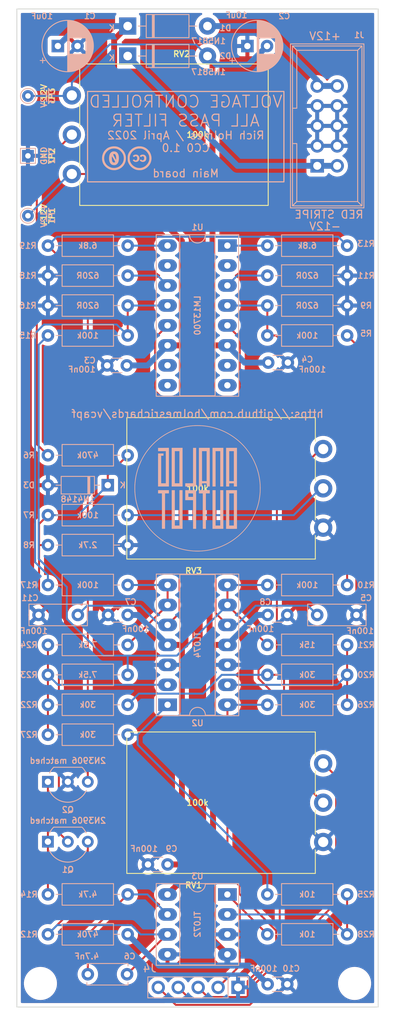
<source format=kicad_pcb>
(kicad_pcb (version 20211014) (generator pcbnew)
  (layers (0 "F.Cu" signal) (31 "B.Cu" signal) (34 "B.Paste" user) (35 "F.Paste" user) (36 "B.SilkS" user "B.Silkscreen") (37 "F.SilkS" user "F.Silkscreen") (38 "B.Mask" user) (39 "F.Mask" user) (44 "Edge.Cuts" user))
  (net 0 "")
  (net 1 "Board_0-+12V")
  (net 2 "Board_0--12V")
  (net 3 "Board_0-/+12_IN")
  (net 4 "Board_0-/-12_IN")
  (net 5 "Board_0-/Main PCB/1POLE_OUT")
  (net 6 "Board_0-/Main PCB/2POLE_OUT")
  (net 7 "Board_0-/Main PCB/CV_ATT")
  (net 8 "Board_0-/Main PCB/CV_IN")
  (net 9 "Board_0-/Main PCB/FREQ")
  (net 10 "Board_0-/Main PCB/INPUT")
  (net 11 "Board_0-/Main PCB/INPUT_ATT")
  (net 12 "Board_0-/Main PCB/LP1")
  (net 13 "Board_0-/Main PCB/LP2")
  (net 14 "Board_0-GND")
  (net 15 "Board_0-Net-(C11-Pad1)")
  (net 16 "Board_0-Net-(C5-Pad1)")
  (net 17 "Board_0-Net-(C6-Pad1)")
  (net 18 "Board_0-Net-(C6-Pad2)")
  (net 19 "Board_0-Net-(D3-Pad1)")
  (net 20 "Board_0-Net-(Q1-Pad1)")
  (net 21 "Board_0-Net-(Q2-Pad3)")
  (net 22 "Board_0-Net-(R10-Pad1)")
  (net 23 "Board_0-Net-(R11-Pad1)")
  (net 24 "Board_0-Net-(R13-Pad2)")
  (net 25 "Board_0-Net-(R15-Pad2)")
  (net 26 "Board_0-Net-(R18-Pad1)")
  (net 27 "Board_0-Net-(R19-Pad2)")
  (net 28 "Board_0-Net-(R20-Pad2)")
  (net 29 "Board_0-Net-(R22-Pad2)")
  (net 30 "Board_0-Net-(R25-Pad1)")
  (net 31 "Board_0-Net-(R25-Pad2)")
  (net 32 "Board_0-unconnected-(U1-Pad10)")
  (net 33 "Board_0-unconnected-(U1-Pad15)")
  (net 34 "Board_0-unconnected-(U1-Pad2)")
  (net 35 "Board_0-unconnected-(U1-Pad7)")
  (net 36 "Board_0-unconnected-(U1-Pad8)")
  (net 37 "Board_0-unconnected-(U1-Pad9)")
  (footprint "ao_tht:Potentiometer_Alpha_16mm_Single_Vertical" (layer "F.Cu") (at 149.999999 137.499999 180)
    (fp_text reference "RV1")
    (fp_text value "100k")
  )
  (footprint "ao_tht:MountingHole_3.2mm_M3" (layer "F.Cu") (at 129.999999 160.499999)
    (fp_text reference "H1" hide)
    (fp_text value "MountingHole")
  )
  (footprint "ao_tht:MountingHole_3.2mm_M3" (layer "F.Cu") (at 169.999999 160.499999)
    (fp_text reference "H2" hide)
    (fp_text value "MountingHole")
  )
  (footprint "ao_tht:Potentiometer_Alpha_16mm_Single_Vertical" (layer "F.Cu") (at 149.999999 52.499999)
    (fp_text reference "RV2")
    (fp_text value "100k")
  )
  (footprint "ao_tht:Potentiometer_Alpha_16mm_Single_Vertical" (layer "F.Cu") (at 149.999999 97.499999 180)
    (fp_text reference "RV3")
    (fp_text value "100k")
  )
  (footprint "ao_tht:R_Axial_DIN0207_L6.3mm_D2.5mm_P10.16mm_Horizontal" (layer "B.Cu") (at 158.889999 74.239999)
    (fp_text reference "R9")
    (fp_text value "620R")
  )
  (footprint "ao_tht:R_Axial_DIN0207_L6.3mm_D2.5mm_P10.16mm_Horizontal" (layer "B.Cu") (at 130.949999 66.619999)
    (fp_text reference "R19")
    (fp_text value "6.8k")
  )
  (footprint "ao_tht:R_Axial_DIN0207_L6.3mm_D2.5mm_P10.16mm_Horizontal" (layer "B.Cu") (at 130.949999 109.799999)
    (fp_text reference "R17")
    (fp_text value "100k")
  )
  (footprint "ao_tht:R_Axial_DIN0207_L6.3mm_D2.5mm_P10.16mm_Horizontal" (layer "B.Cu") (at 141.109999 70.429999 180)
    (fp_text reference "R18")
    (fp_text value "620R")
  )
  (footprint "ao_tht:C_Rect_L7.2mm_W2.5mm_P5.00mm_FKS2_FKP2_MKS2_MKP2" (layer "B.Cu") (at 134.759999 113.609999 180)
    (fp_text reference "C11")
    (fp_text value "100nF")
  )
  (footprint "ao_tht:D_DO-35_SOD27_P7.62mm_Horizontal" (layer "B.Cu") (at 138.569999 97.099999 180)
    (fp_text reference "D3")
    (fp_text value "1N4148")
  )
  (footprint "ao_tht:TO-92_Inline_Wide" (layer "B.Cu") (at 130.949999 142.459999)
    (fp_text reference "Q1")
    (fp_text value "2N3906 matched")
  )
  (footprint "ao_tht:R_Axial_DIN0207_L6.3mm_D2.5mm_P10.16mm_Horizontal" (layer "B.Cu") (at 169.049999 109.799999 180)
    (fp_text reference "R10")
    (fp_text value "100k")
  )
  (footprint "ao_tht:TestPoint_THTPad_D1.5mm_Drill0.7mm" (layer "B.Cu") (at 128.409999 62.809999 90)
    (fp_text reference "TP1")
    (fp_text value "+12V")
  )
  (footprint "ao_tht:C_Disc_D3.0mm_W1.6mm_P2.50mm" (layer "B.Cu") (at 141.109999 113.609999 180)
    (fp_text reference "C7")
    (fp_text value "100nF")
  )
  (footprint "ao_tht:R_Axial_DIN0207_L6.3mm_D2.5mm_P10.16mm_Horizontal" (layer "B.Cu") (at 169.049999 78.049999 180)
    (fp_text reference "R5")
    (fp_text value "100k")
  )
  (footprint "ao_tht:TestPoint_THTPad_D1.5mm_Drill0.7mm" (layer "B.Cu") (at 128.409999 47.569999 90)
    (fp_text reference "TP3")
    (fp_text value "-12V")
  )
  (footprint "ao_tht:C_Disc_D3.0mm_W1.6mm_P2.50mm" (layer "B.Cu") (at 161.429999 113.609999 180)
    (fp_text reference "C8")
    (fp_text value "100nF")
  )
  (footprint "ao_tht:C_Disc_D3.0mm_W1.6mm_P2.50mm" (layer "B.Cu") (at 140.999999 81.859999 180)
    (fp_text reference "C3")
    (fp_text value "100nF")
  )
  (footprint "ao_tht:R_Axial_DIN0207_L6.3mm_D2.5mm_P10.16mm_Horizontal" (layer "B.Cu") (at 169.049999 125.039999 180)
    (fp_text reference "R26")
    (fp_text value "30k")
  )
  (footprint "ao_tht:TestPoint_THTPad_1.5x1.5mm_Drill0.7mm" (layer "B.Cu") (at 128.409999 55.189999 90)
    (fp_text reference "TP2")
    (fp_text value "GND")
  )
  (footprint "ao_tht:R_Axial_DIN0207_L6.3mm_D2.5mm_P10.16mm_Horizontal" (layer "B.Cu") (at 130.949999 104.719999)
    (fp_text reference "R8")
    (fp_text value "2.7k")
  )
  (footprint "ao_tht:TO-92_Inline_Wide" (layer "B.Cu") (at 130.949999 134.839999)
    (fp_text reference "Q2")
    (fp_text value "2N3906 matched")
  )
  (footprint "ao_tht:R_Axial_DIN0207_L6.3mm_D2.5mm_P10.16mm_Horizontal" (layer "B.Cu") (at 141.109999 74.239999 180)
    (fp_text reference "R16")
    (fp_text value "620R")
  )
  (footprint "ao_tht:DIP-16_W7.62mm_Socket_LongPads" (layer "B.Cu") (at 153.799999 66.609999 180)
    (fp_text reference "U1")
    (fp_text value "LM13700")
  )
  (footprint "ao_tht:C_Disc_D5.0mm_W2.5mm_P5.00mm" (layer "B.Cu") (at 136.029999 159.329999)
    (fp_text reference "C6")
    (fp_text value "4.7nF")
  )
  (footprint "ao_tht:DIP-8_W7.62mm_Socket_LongPads" (layer "B.Cu") (at 153.799999 149.179999 180)
    (fp_text reference "U3")
    (fp_text value "TL072")
  )
  (footprint "ao_tht:DIP-14_W7.62mm_Socket_LongPads" (layer "B.Cu") (at 146.189999 125.039999)
    (fp_text reference "U2")
    (fp_text value "TL074")
  )
  (footprint "ao_tht:C_Disc_D3.0mm_W1.6mm_P2.50mm" (layer "B.Cu") (at 161.429999 160.599999 180)
    (fp_text reference "C10")
    (fp_text value "100nF")
  )
  (footprint "ao_tht:R_Axial_DIN0207_L6.3mm_D2.5mm_P10.16mm_Horizontal" (layer "B.Cu") (at 169.049999 154.249999 180)
    (fp_text reference "R28")
    (fp_text value "10k")
  )
  (footprint "ao_tht:D_DO-41_SOD81_P10.16mm_Horizontal" (layer "B.Cu") (at 141.109999 38.679999)
    (fp_text reference "D1")
    (fp_text value "1N5817")
  )
  (footprint "ao_tht:analogoutput" (layer "B.Cu") (at 149.999999 97.499999 180)
    (fp_text reference "GRAF3" hide)
    (fp_text value "AO logo" hide)
  )
  (footprint "ao_tht:C_Disc_D3.0mm_W1.6mm_P2.50mm" (layer "B.Cu") (at 146.189999 145.359999 180)
    (fp_text reference "C9")
    (fp_text value "100nF")
  )
  (footprint "ao_tht:R_Axial_DIN0207_L6.3mm_D2.5mm_P10.16mm_Horizontal" (layer "B.Cu") (at 158.889999 70.429999)
    (fp_text reference "R11")
    (fp_text value "620R")
  )
  (footprint "ao_tht:CP_Radial_D6.3mm_P2.50mm" (layer "B.Cu") (at 132.219999 41.219999)
    (fp_text reference "C1")
    (fp_text value "10uF")
  )
  (footprint "ao_tht:R_Axial_DIN0207_L6.3mm_D2.5mm_P10.16mm_Horizontal" (layer "B.Cu") (at 130.949999 93.289999)
    (fp_text reference "R6")
    (fp_text value "470k")
  )
  (footprint "ao_tht:CP_Radial_D6.3mm_P2.50mm" (layer "B.Cu") (at 156.349999 41.219999)
    (fp_text reference "C2")
    (fp_text value "10uF")
  )
  (footprint "ao_tht:R_Axial_DIN0207_L6.3mm_D2.5mm_P10.16mm_Horizontal" (layer "B.Cu") (at 158.889999 121.229999)
    (fp_text reference "R20")
    (fp_text value "30k")
  )
  (footprint "ao_tht:R_Axial_DIN0207_L6.3mm_D2.5mm_P10.16mm_Horizontal" (layer "B.Cu") (at 158.889999 117.419999)
    (fp_text reference "R21")
    (fp_text value "15k")
  )
  (footprint "ao_tht:R_Axial_DIN0207_L6.3mm_D2.5mm_P10.16mm_Horizontal" (layer "B.Cu") (at 141.109999 117.419999 180)
    (fp_text reference "R24")
    (fp_text value "7.5k")
  )
  (footprint "ao_tht:R_Axial_DIN0207_L6.3mm_D2.5mm_P10.16mm_Horizontal" (layer "B.Cu") (at 130.949999 78.049999)
    (fp_text reference "R15")
    (fp_text value "100k")
  )
  (footprint "ao_tht:D_DO-41_SOD81_P10.16mm_Horizontal" (layer "B.Cu") (at 141.109999 42.489999)
    (fp_text reference "D2")
    (fp_text value "1N5817")
  )
  (footprint "ao_tht:R_Axial_DIN0207_L6.3mm_D2.5mm_P10.16mm_Horizontal" (layer "B.Cu") (at 141.109999 121.229999 180)
    (fp_text reference "R23")
    (fp_text value "7.5k")
  )
  (footprint "ao_tht:R_Axial_DIN0207_L6.3mm_D2.5mm_P10.16mm_Horizontal" (layer "B.Cu") (at 130.949999 149.169999)
    (fp_text reference "R14")
    (fp_text value "4.7k")
  )
  (footprint "ao_tht:R_Axial_DIN0207_L6.3mm_D2.5mm_P10.16mm_Horizontal" (layer "B.Cu") (at 130.949999 154.249999)
    (fp_text reference "R12")
    (fp_text value "470k")
  )
  (footprint "ao_tht:R_Axial_DIN0207_L6.3mm_D2.5mm_P10.16mm_Horizontal" (layer "B.Cu") (at 130.949999 128.849999)
    (fp_text reference "R27")
    (fp_text value "30k")
  )
  (footprint "ao_tht:R_Axial_DIN0207_L6.3mm_D2.5mm_P10.16mm_Horizontal" (layer "B.Cu") (at 141.109999 125.039999 180)
    (fp_text reference "R22")
    (fp_text value "30k")
  )
  (footprint "ao_tht:R_Axial_DIN0207_L6.3mm_D2.5mm_P10.16mm_Horizontal" (layer "B.Cu") (at 169.049999 66.619999 180)
    (fp_text reference "R13")
    (fp_text value "6.8k")
  )
  (footprint "Connector_PinSocket_2.54mm:PinSocket_1x05_P2.54mm_Vertical" (layer "B.Cu") (at 155.159999 160.999999 90)
    (fp_text reference "J4")
    (fp_text value "Conn_01x05")
  )
  (footprint "ao_tht:C_Disc_D3.0mm_W1.6mm_P2.50mm" (layer "B.Cu") (at 161.499999 81.499999 180)
    (fp_text reference "C4")
    (fp_text value "100nF")
  )
  (footprint "ao_tht:C_Rect_L7.2mm_W2.5mm_P5.00mm_FKS2_FKP2_MKS2_MKP2" (layer "B.Cu") (at 165.239999 113.609999)
    (fp_text reference "C5")
    (fp_text value "100nF")
  )
  (footprint "ao_tht:R_Axial_DIN0207_L6.3mm_D2.5mm_P10.16mm_Horizontal" (layer "B.Cu") (at 141.109999 100.909999 180)
    (fp_text reference "R7")
    (fp_text value "100k")
  )
  (footprint "ao_tht:Power_Header" (layer "B.Cu") (at 165.239999 56.459999)
    (fp_text reference "J1")
    (fp_text value "Synth_power_2x5")
  )
  (footprint "ao_tht:R_Axial_DIN0207_L6.3mm_D2.5mm_P10.16mm_Horizontal" (layer "B.Cu") (at 158.889999 149.169999)
    (fp_text reference "R25")
    (fp_text value "10k")
  )
  (footprint "ao_tht:CC0_logo" (layer "B.Cu") (at 140.999999 55.499999 180)
    (fp_text reference "GRAF2" hide)
    (fp_text value "CC0 logo" hide)
  )
  (gr_rect (start 160.999999 46.999999) (end 135.999999 58.499999) (layer "B.SilkS") (width 0.15) (fill none))
  (gr_line (start 173.000923 36.499617) (end 173.000382 163.500923) (layer "Edge.Cuts") (width 0.1))
  (gr_line (start 173.000382 163.500923) (end 126.999076 163.500382) (layer "Edge.Cuts") (width 0.1))
  (gr_line (start 126.999 36.5) (end 173.000923 36.499617) (layer "Edge.Cuts") (width 0.1))
  (gr_line (start 126.999076 163.500382) (end 126.999 36.5) (layer "Edge.Cuts") (width 0.1))
  (gr_text "VOLTAGE CONTROLLED\nALL PASS FILTER" (at 148.499999 49.499999) (layer "B.SilkS") (effects (font (size 1.5 1.5)) (justify mirror)))
  (gr_text "https://github.com/holmesrichards/vcapf" (at 149.999999 88.018999) (layer "B.SilkS") (effects (font (size 1 1)) (justify mirror)))
  (gr_text "Rich Holmes / April 2022\nCC0 1.0\n\nMain board" (at 148.499999 54.999999) (layer "B.SilkS") (effects (font (size 1 1)) (justify mirror)))
  (segment (start 146.189999 117.419999) (end 147.967999 117.419999) (width 0.75) (layer "F.Cu") (net 1))
  (segment (start 141.109999 38.679999) (end 139.385488 40.40451) (width 0.75) (layer "F.Cu") (net 1))
  (segment (start 148.01451 145.40651) (end 148.01451 147.345488) (width 0.75) (layer "F.Cu") (net 1))
  (segment (start 148.01451 147.345488) (end 146.179999 149.179999) (width 0.75) (layer "F.Cu") (net 1))
  (segment (start 148.004519 87.440538) (end 148.004519 79.309999) (width 0.75) (layer "F.Cu") (net 1))
  (segment (start 147.967999 145.359999) (end 148.01451 145.40651) (width 0.75) (layer "F.Cu") (net 1))
  (segment (start 148.004519 66.004519) (end 139.5 57.5) (width 0.75) (layer "F.Cu") (net 1))
  (segment (start 147.967999 117.419999) (end 148.464039 117.419999) (width 0.75) (layer "F.Cu") (net 1))
  (segment (start 146.189999 145.359999) (end 147.967999 145.359999) (width 0.75) (layer "F.Cu") (net 1))
  (segment (start 148.01451 117.46651) (end 147.967999 117.419999) (width 0.75) (layer "F.Cu") (net 1))
  (segment (start 146.179999 79.309999) (end 148.004519 79.309999) (width 0.75) (layer "F.Cu") (net 1))
  (segment (start 148.464039 87.900058) (end 148.004519 87.440538) (width 0.75) (layer "F.Cu") (net 1))
  (segment (start 139.385488 40.40451) (end 139.385488 57.385488) (width 0.75) (layer "F.Cu") (net 1))
  (segment (start 139.385488 57.385488) (end 139.5 57.5) (width 0.75) (layer "F.Cu") (net 1))
  (segment (start 133.999999 57.499999) (end 139.5 57.5) (width 0.25) (layer "F.Cu") (net 1))
  (segment (start 148.01451 145.40651) (end 148.01451 117.46651) (width 0.75) (layer "F.Cu") (net 1))
  (segment (start 148.004519 79.309999) (end 148.004519 66.004519) (width 0.75) (layer "F.Cu") (net 1))
  (segment (start 148.464039 117.419999) (end 148.464039 87.900058) (width 0.75) (layer "F.Cu") (net 1))
  (segment (start 132.219999 41.219999) (end 134.759999 38.679999) (width 0.75) (layer "B.Cu") (net 1))
  (segment (start 134.759999 38.679999) (end 141.109999 38.679999) (width 0.75) (layer "B.Cu") (net 1))
  (segment (start 143.629999 81.859999) (end 146.179999 79.309999) (width 0.75) (layer "B.Cu") (net 1))
  (segment (start 140.999999 81.859999) (end 143.629999 81.859999) (width 0.75) (layer "B.Cu") (net 1))
  (segment (start 141.109999 113.609999) (end 142.379999 113.609999) (width 0.75) (layer "B.Cu") (net 1))
  (segment (start 128.409999 62.809999) (end 133.719999 57.499999) (width 0.25) (layer "B.Cu") (net 1))
  (segment (start 142.379999 113.609999) (end 146.189999 117.419999) (width 0.75) (layer "B.Cu") (net 1))
  (segment (start 152.031999 117.419999) (end 151.535969 117.419999) (width 0.75) (layer "F.Cu") (net 2))
  (segment (start 153.799999 79.309999) (end 152.041999 79.309999) (width 0.75) (layer "F.Cu") (net 2))
  (segment (start 151.975479 117.476519) (end 152.031999 117.419999) (width 0.75) (layer "F.Cu") (net 2))
  (segment (start 151.904999 79.446999) (end 151.904999 43.124999) (width 0.75) (layer "F.Cu") (net 2))
  (segment (start 153.799999 156.799999) (end 151.975479 154.975479) (width 0.75) (layer "F.Cu") (net 2))
  (segment (start 151.975479 154.975479) (end 151.975479 117.476519) (width 0.75) (layer "F.Cu") (net 2))
  (segment (start 151.904999 87.701999) (end 151.904999 79.446999) (width 0.75) (layer "F.Cu") (net 2))
  (segment (start 152.041999 79.309999) (end 151.904999 79.446999) (width 0.75) (layer "F.Cu") (net 2))
  (segment (start 151.535969 88.071029) (end 151.904999 87.701999) (width 0.75) (layer "F.Cu") (net 2))
  (segment (start 151.535969 117.419999) (end 151.535969 88.071029) (width 0.75) (layer "F.Cu") (net 2))
  (segment (start 153.809999 117.419999) (end 152.031999 117.419999) (width 0.75) (layer "F.Cu") (net 2))
  (segment (start 151.904999 43.124999) (end 151.523999 42.743999) (width 0.75) (layer "F.Cu") (net 2))
  (segment (start 156.554519 158.224519) (end 153.799999 158.224519) (width 0.75) (layer "B.Cu") (net 2))
  (segment (start 158.929999 160.599999) (end 156.554519 158.224519) (width 0.75) (layer "B.Cu") (net 2))
  (segment (start 158.999999 81.499999) (end 155.989999 81.499999) (width 0.75) (layer "B.Cu") (net 2))
  (segment (start 157.619999 113.609999) (end 153.809999 117.419999) (width 0.75) (layer "B.Cu") (net 2))
  (segment (start 149.795488 41.015488) (end 151.269999 42.489999) (width 0.25) (layer "B.Cu") (net 2))
  (segment (start 145.084519 158.224519) (end 153.799999 158.224519) (width 0.75) (layer "B.Cu") (net 2))
  (segment (start 156.48 43.589998) (end 158.849999 41.219999) (width 0.75) (layer "B.Cu") (net 2))
  (segment (start 158.929999 113.609999) (end 157.619999 113.609999) (width 0.75) (layer "B.Cu") (net 2))
  (segment (start 133.999999 47.499999) (end 133.999999 45.84537) (width 0.25) (layer "B.Cu") (net 2))
  (segment (start 152.369998 43.589998) (end 156.48 43.589998) (width 0.75) (layer "B.Cu") (net 2))
  (segment (start 141.109999 154.249999) (end 145.084519 158.224519) (width 0.75) (layer "B.Cu") (net 2))
  (segment (start 138.829881 41.015488) (end 149.795488 41.015488) (width 0.25) (layer "B.Cu") (net 2))
  (segment (start 155.989999 81.499999) (end 153.799999 79.309999) (width 0.75) (layer "B.Cu") (net 2))
  (segment (start 153.799999 158.224519) (end 153.799999 156.799999) (width 0.75) (layer "B.Cu") (net 2))
  (segment (start 151.269999 42.489999) (end 152.369998 43.589998) (width 0.75) (layer "B.Cu") (net 2))
  (segment (start 133.999999 45.84537) (end 138.829881 41.015488) (width 0.25) (layer "B.Cu") (net 2))
  (segment (start 128.409999 47.569999) (end 133.929999 47.569999) (width 0.25) (layer "B.Cu") (net 2))
  (segment (start 158.324563 38.679999) (end 165.239999 45.595435) (width 0.75) (layer "B.Cu") (net 3))
  (segment (start 165.239999 45.595435) (end 165.239999 46.299999) (width 0.75) (layer "B.Cu") (net 3))
  (segment (start 167.779999 46.299999) (end 165.239999 46.299999) (width 0.75) (layer "B.Cu") (net 3))
  (segment (start 151.269999 38.679999) (end 158.324563 38.679999) (width 0.75) (layer "B.Cu") (net 3))
  (segment (start 167.779999 56.459999) (end 165.239999 56.459999) (width 0.75) (layer "B.Cu") (net 4))
  (segment (start 155.079999 56.459999) (end 141.109999 42.489999) (width 0.75) (layer "B.Cu") (net 4))
  (segment (start 165.239999 56.459999) (end 155.079999 56.459999) (width 0.75) (layer "B.Cu") (net 4))
  (segment (start 156.38451 162.22451) (end 151.30451 162.22451) (width 0.25) (layer "F.Cu") (net 5))
  (segment (start 156.38451 160.21307) (end 156.38451 162.22451) (width 0.25) (layer "F.Cu") (net 5))
  (segment (start 160.01451 156.58307) (end 156.38451 160.21307) (width 0.25) (layer "F.Cu") (net 5))
  (segment (start 151.30451 162.22451) (end 150.079999 160.999999) (width 0.25) (layer "F.Cu") (net 5))
  (segment (start 155.32451 148.04786) (end 155.32451 149.09421) (width 0.25) (layer "F.Cu") (net 5))
  (segment (start 153.809999 146.533349) (end 155.32451 148.04786) (width 0.25) (layer "F.Cu") (net 5))
  (segment (start 155.32451 149.09421) (end 160.01451 153.78421) (width 0.25) (layer "F.Cu") (net 5))
  (segment (start 160.01451 153.78421) (end 160.01451 156.58307) (width 0.25) (layer "F.Cu") (net 5))
  (segment (start 153.809999 125.039999) (end 153.809999 146.533349) (width 0.25) (layer "F.Cu") (net 5))
  (segment (start 153.809999 125.039999) (end 158.889999 125.039999) (width 0.25) (layer "B.Cu") (net 5))
  (segment (start 155.374519 150.754519) (end 155.374519 158.245479) (width 0.25) (layer "F.Cu") (net 6))
  (segment (start 153.799999 149.179999) (end 155.374519 150.754519) (width 0.25) (layer "F.Cu") (net 6))
  (segment (start 158.889999 154.249999) (end 155.394519 150.754519) (width 0.25) (layer "F.Cu") (net 6))
  (segment (start 155.374519 158.245479) (end 152.619999 160.999999) (width 0.25) (layer "F.Cu") (net 6))
  (segment (start 155.394519 150.754519) (end 155.374519 150.754519) (width 0.25) (layer "F.Cu") (net 6))
  (segment (start 141.109999 100.909999) (end 162.249999 100.909999) (width 0.25) (layer "B.Cu") (net 7))
  (segment (start 162.249999 100.909999) (end 165.659999 97.499999) (width 0.25) (layer "B.Cu") (net 7))
  (segment (start 157.765488 120.57651) (end 157.765488 121.695788) (width 0.25) (layer "F.Cu") (net 8))
  (segment (start 157.765488 121.695788) (end 160.46403 124.39433) (width 0.25) (layer "F.Cu") (net 8))
  (segment (start 160.46403 156.769268) (end 156.83403 160.399268) (width 0.25) (layer "F.Cu") (net 8))
  (segment (start 160.46403 124.39433) (end 160.46403 156.769268) (width 0.25) (layer "F.Cu") (net 8))
  (segment (start 156.83403 160.399268) (end 156.83403 161.693407) (width 0.25) (layer "F.Cu") (net 8))
  (segment (start 156.520703 162.724021) (end 149.264021 162.724021) (width 0.25) (layer "F.Cu") (net 8))
  (segment (start 156.834021 162.410703) (end 156.520703 162.724021) (width 0.25) (layer "F.Cu") (net 8))
  (segment (start 165.659999 92.499999) (end 160.10451 98.055488) (width 0.25) (layer "F.Cu") (net 8))
  (segment (start 160.10451 118.237488) (end 157.765488 120.57651) (width 0.25) (layer "F.Cu") (net 8))
  (segment (start 156.834021 161.693416) (end 156.834021 162.410703) (width 0.25) (layer "F.Cu") (net 8))
  (segment (start 156.83403 161.693407) (end 156.834021 161.693416) (width 0.25) (layer "F.Cu") (net 8))
  (segment (start 149.264021 162.724021) (end 147.539999 160.999999) (width 0.25) (layer "F.Cu") (net 8))
  (segment (start 160.10451 98.055488) (end 160.10451 118.237488) (width 0.25) (layer "F.Cu") (net 8))
  (segment (start 133.999999 52.499999) (end 129.53451 56.965488) (width 0.25) (layer "F.Cu") (net 9))
  (segment (start 129.53451 91.87451) (end 130.949999 93.289999) (width 0.25) (layer "F.Cu") (net 9))
  (segment (start 129.53451 56.965488) (end 129.53451 91.87451) (width 0.25) (layer "F.Cu") (net 9))
  (segment (start 156.656896 163.223532) (end 157.283541 162.596887) (width 0.25) (layer "F.Cu") (net 10))
  (segment (start 167.652999 134.152999) (end 165.999999 132.499999) (width 0.25) (layer "F.Cu") (net 10))
  (segment (start 157.283541 162.596887) (end 157.283541 160.585461) (width 0.25) (layer "F.Cu") (net 10))
  (segment (start 144.999999 160.999999) (end 147.223532 163.223532) (width 0.25) (layer "F.Cu") (net 10))
  (segment (start 167.652999 150.216003) (end 167.652999 134.152999) (width 0.25) (layer "F.Cu") (net 10))
  (segment (start 147.223532 163.223532) (end 156.656896 163.223532) (width 0.25) (layer "F.Cu") (net 10))
  (segment (start 157.283541 160.585461) (end 167.652999 150.216003) (width 0.25) (layer "F.Cu") (net 10))
  (segment (start 161.013532 132.513532) (end 165.999999 137.499999) (width 0.25) (layer "F.Cu") (net 11))
  (segment (start 170.22451 111.026858) (end 170.22451 79.22451) (width 0.25) (layer "F.Cu") (net 11))
  (segment (start 161.013532 120.305532) (end 161.013532 132.513532) (width 0.25) (layer "F.Cu") (net 11))
  (segment (start 160.979684 121.229999) (end 160.979684 120.271684) (width 0.25) (layer "F.Cu") (net 11))
  (segment (start 160.979684 120.271684) (end 170.22451 111.026858) (width 0.25) (layer "F.Cu") (net 11))
  (segment (start 170.22451 79.22451) (end 169.049999 78.049999) (width 0.25) (layer "F.Cu") (net 11))
  (segment (start 160.979684 120.271684) (end 161.013532 120.305532) (width 0.25) (layer "F.Cu") (net 11))
  (segment (start 158.889999 121.229999) (end 160.979684 121.229999) (width 0.25) (layer "F.Cu") (net 11))
  (segment (start 141.109999 125.039999) (end 142.525479 123.624519) (width 0.25) (layer "B.Cu") (net 11))
  (segment (start 153.089688 121.229999) (end 158.889999 121.229999) (width 0.25) (layer "B.Cu") (net 11))
  (segment (start 142.525479 123.624519) (end 150.695168 123.624519) (width 0.25) (layer "B.Cu") (net 11))
  (segment (start 150.695168 123.624519) (end 153.089688 121.229999) (width 0.25) (layer "B.Cu") (net 11))
  (segment (start 158.889999 117.419999) (end 153.809999 112.339999) (width 0.25) (layer "F.Cu") (net 12))
  (segment (start 153.809999 112.339999) (end 153.809999 109.799999) (width 0.25) (layer "F.Cu") (net 12))
  (segment (start 130.949999 78.049999) (end 129.775488 79.22451) (width 0.25) (layer "B.Cu") (net 12))
  (segment (start 133.362999 110.053999) (end 133.362999 114.117999) (width 0.25) (layer "B.Cu") (net 12))
  (segment (start 138.030479 118.785479) (end 147.364519 118.785479) (width 0.25) (layer "B.Cu") (net 12))
  (segment (start 129.775488 106.466488) (end 133.362999 110.053999) (width 0.25) (layer "B.Cu") (net 12))
  (segment (start 129.775488 79.22451) (end 129.775488 106.466488) (width 0.25) (layer "B.Cu") (net 12))
  (segment (start 141.109999 121.229999) (end 141.109999 118.816999) (width 0.25) (layer "B.Cu") (net 12))
  (segment (start 133.362999 114.117999) (end 138.030479 118.785479) (width 0.25) (layer "B.Cu") (net 12))
  (segment (start 147.364519 118.785479) (end 153.809999 112.339999) (width 0.25) (layer "B.Cu") (net 12))
  (segment (start 158.889999 109.799999) (end 153.809999 109.799999) (width 0.25) (layer "B.Cu") (net 12))
  (segment (start 141.109999 117.419999) (end 146.189999 112.339999) (width 0.25) (layer "F.Cu") (net 13))
  (segment (start 146.189999 112.339999) (end 146.189999 109.799999) (width 0.25) (layer "F.Cu") (net 13))
  (segment (start 141.109999 109.799999) (end 146.189999 109.799999) (width 0.25) (layer "B.Cu") (net 13))
  (segment (start 144.605479 78.344519) (end 144.605479 85.101479) (width 0.25) (layer "F.Cu") (net 15))
  (segment (start 144.605479 85.101479) (end 147.714519 88.210519) (width 0.25) (layer "F.Cu") (net 15))
  (segment (start 147.714519 113.355479) (end 146.189999 114.879999) (width 0.25) (layer "F.Cu") (net 15))
  (segment (start 147.714519 88.210519) (end 147.714519 113.355479) (width 0.25) (layer "F.Cu") (net 15))
  (segment (start 146.179999 76.769999) (end 144.605479 78.344519) (width 0.25) (layer "F.Cu") (net 15))
  (segment (start 135.93451 112.435488) (end 142.729488 112.435488) (width 0.25) (layer "B.Cu") (net 15))
  (segment (start 134.759999 113.609999) (end 135.93451 112.435488) (width 0.25) (layer "B.Cu") (net 15))
  (segment (start 142.729488 112.435488) (end 145.173999 114.879999) (width 0.25) (layer "B.Cu") (net 15))
  (segment (start 155.374519 78.344519) (end 155.374519 85.375479) (width 0.25) (layer "F.Cu") (net 16))
  (segment (start 155.374519 85.375479) (end 152.28548 88.464518) (width 0.25) (layer "F.Cu") (net 16))
  (segment (start 152.28548 88.464518) (end 152.28548 113.35548) (width 0.25) (layer "F.Cu") (net 16))
  (segment (start 153.799999 76.769999) (end 155.374519 78.344519) (width 0.25) (layer "F.Cu") (net 16))
  (segment (start 152.28548 113.35548) (end 153.809999 114.879999) (width 0.25) (layer "F.Cu") (net 16))
  (segment (start 165.239999 113.609999) (end 164.065488 112.435488) (width 0.25) (layer "B.Cu") (net 16))
  (segment (start 164.065488 112.435488) (end 157.39751 112.435488) (width 0.25) (layer "B.Cu") (net 16))
  (segment (start 157.39751 112.435488) (end 154.952999 114.879999) (width 0.25) (layer "B.Cu") (net 16))
  (segment (start 154.952999 114.879999) (end 153.809999 114.879999) (width 0.25) (layer "B.Cu") (net 16))
  (segment (start 136.029999 154.249999) (end 141.109999 149.169999) (width 0.25) (layer "F.Cu") (net 17))
  (segment (start 136.029999 159.329999) (end 136.029999 154.249999) (width 0.25) (layer "F.Cu") (net 17))
  (segment (start 143.629999 149.169999) (end 146.179999 151.719999) (width 0.25) (layer "B.Cu") (net 17))
  (segment (start 141.109999 149.169999) (end 143.629999 149.169999) (width 0.25) (layer "B.Cu") (net 17))
  (segment (start 141.029999 159.329999) (end 146.099999 154.259999) (width 0.25) (layer "F.Cu") (net 18))
  (segment (start 130.949999 154.249999) (end 136.029999 149.169999) (width 0.25) (layer "F.Cu") (net 18))
  (segment (start 136.029999 149.169999) (end 136.029999 142.459999) (width 0.25) (layer "F.Cu") (net 18))
  (segment (start 142.28451 153.78451) (end 142.759999 154.259999) (width 0.25) (layer "B.Cu") (net 18))
  (segment (start 141.596498 153.075488) (end 142.28451 153.7635) (width 0.25) (layer "B.Cu") (net 18))
  (segment (start 130.949999 154.249999) (end 132.12451 153.075488) (width 0.25) (layer "B.Cu") (net 18))
  (segment (start 142.759999 154.259999) (end 146.179999 154.259999) (width 0.25) (layer "B.Cu") (net 18))
  (segment (start 132.12451 153.075488) (end 141.596498 153.075488) (width 0.25) (layer "B.Cu") (net 18))
  (segment (start 142.28451 153.7635) (end 142.28451 153.78451) (width 0.25) (layer "B.Cu") (net 18))
  (segment (start 130.949999 100.909999) (end 129.825488 102.03451) (width 0.25) (layer "F.Cu") (net 19))
  (segment (start 129.825488 112.014478) (end 132.346999 114.535989) (width 0.25) (layer "F.Cu") (net 19))
  (segment (start 138.569999 95.829999) (end 141.109999 93.289999) (width 0.25) (layer "F.Cu") (net 19))
  (segment (start 129.825488 104.738488) (end 129.825488 112.014478) (width 0.25) (layer "F.Cu") (net 19))
  (segment (start 138.569999 97.099999) (end 138.569999 95.829999) (width 0.25) (layer "F.Cu") (net 19))
  (segment (start 132.346999 141.316999) (end 133.489999 142.459999) (width 0.25) (layer "F.Cu") (net 19))
  (segment (start 129.843977 104.719999) (end 129.825488 104.738488) (width 0.25) (layer "F.Cu") (net 19))
  (segment (start 129.825488 102.03451) (end 129.825488 104.738488) (width 0.25) (layer "F.Cu") (net 19))
  (segment (start 132.346999 114.535989) (end 132.346999 141.316999) (width 0.25) (layer "F.Cu") (net 19))
  (segment (start 130.949999 104.719999) (end 129.843977 104.719999) (width 0.25) (layer "F.Cu") (net 19))
  (segment (start 130.949999 100.909999) (end 134.759999 100.909999) (width 0.25) (layer "B.Cu") (net 19))
  (segment (start 134.759999 100.909999) (end 138.569999 97.099999) (width 0.25) (layer "B.Cu") (net 19))
  (segment (start 130.949999 142.459999) (end 130.949999 134.839999) (width 0.25) (layer "F.Cu") (net 20))
  (segment (start 130.949999 149.169999) (end 130.949999 142.459999) (width 0.25) (layer "F.Cu") (net 20))
  (segment (start 136.029999 71.699999) (end 130.949999 66.619999) (width 0.25) (layer "F.Cu") (net 21))
  (segment (start 136.029999 134.839999) (end 136.029999 71.699999) (width 0.25) (layer "F.Cu") (net 21))
  (segment (start 130.949999 66.619999) (end 132.08451 65.485488) (width 0.25) (layer "B.Cu") (net 21))
  (segment (start 132.08451 65.485488) (end 167.915488 65.485488) (width 0.25) (layer "B.Cu") (net 21))
  (segment (start 167.915488 65.485488) (end 169.049999 66.619999) (width 0.25) (layer "B.Cu") (net 21))
  (segment (start 169.049999 87.078629) (end 160.021369 78.049999) (width 0.25) (layer "F.Cu") (net 22))
  (segment (start 169.049999 109.799999) (end 169.049999 87.078629) (width 0.25) (layer "F.Cu") (net 22))
  (segment (start 158.889999 74.239999) (end 158.889999 78.049999) (width 0.25) (layer "F.Cu") (net 22))
  (segment (start 160.021369 78.049999) (end 158.889999 78.049999) (width 0.25) (layer "F.Cu") (net 22))
  (segment (start 158.889999 74.239999) (end 153.809999 74.239999) (width 0.25) (layer "B.Cu") (net 22))
  (segment (start 158.889999 70.429999) (end 155.059999 70.429999) (width 0.25) (layer "B.Cu") (net 23))
  (segment (start 155.059999 70.429999) (end 153.799999 71.689999) (width 0.25) (layer "B.Cu") (net 23))
  (segment (start 158.889999 66.619999) (end 153.809999 66.619999) (width 0.25) (layer "B.Cu") (net 24))
  (segment (start 141.109999 74.239999) (end 141.109999 78.049999) (width 0.25) (layer "F.Cu") (net 25))
  (segment (start 129.325978 77.76902) (end 130.441999 76.652999) (width 0.25) (layer "B.Cu") (net 25))
  (segment (start 139.712999 76.652999) (end 141.109999 78.049999) (width 0.25) (layer "B.Cu") (net 25))
  (segment (start 130.949999 108.529999) (end 129.325978 106.905978) (width 0.25) (layer "B.Cu") (net 25))
  (segment (start 130.949999 109.799999) (end 130.949999 108.529999) (width 0.25) (layer "B.Cu") (net 25))
  (segment (start 129.325978 106.905978) (end 129.325978 77.76902) (width 0.25) (layer "B.Cu") (net 25))
  (segment (start 141.109999 74.239999) (end 146.169999 74.239999) (width 0.25) (layer "B.Cu") (net 25))
  (segment (start 130.441999 76.652999) (end 139.712999 76.652999) (width 0.25) (layer "B.Cu") (net 25))
  (segment (start 144.919999 70.429999) (end 146.179999 71.689999) (width 0.25) (layer "B.Cu") (net 26))
  (segment (start 141.109999 70.429999) (end 144.919999 70.429999) (width 0.25) (layer "B.Cu") (net 26))
  (segment (start 141.109999 66.619999) (end 146.169999 66.619999) (width 0.25) (layer "B.Cu") (net 27))
  (segment (start 169.049999 121.229999) (end 169.049999 125.039999) (width 0.25) (layer "F.Cu") (net 28))
  (segment (start 169.049999 117.419999) (end 169.049999 121.229999) (width 0.25) (layer "F.Cu") (net 28))
  (segment (start 167.779999 122.499999) (end 169.049999 121.229999) (width 0.25) (layer "B.Cu") (net 28))
  (segment (start 153.809999 122.499999) (end 167.779999 122.499999) (width 0.25) (layer "B.Cu") (net 28))
  (segment (start 130.949999 117.419999) (end 130.949999 121.229999) (width 0.25) (layer "F.Cu") (net 29))
  (segment (start 130.949999 125.039999) (end 130.949999 128.849999) (width 0.25) (layer "F.Cu") (net 29))
  (segment (start 130.949999 121.229999) (end 130.949999 125.039999) (width 0.25) (layer "F.Cu") (net 29))
  (segment (start 130.949999 121.229999) (end 132.219999 122.499999) (width 0.25) (layer "B.Cu") (net 29))
  (segment (start 132.219999 122.499999) (end 146.189999 122.499999) (width 0.25) (layer "B.Cu") (net 29))
  (segment (start 158.889999 149.169999) (end 158.889999 146.629999) (width 0.25) (layer "B.Cu") (net 30))
  (segment (start 141.109999 128.849999) (end 142.379999 128.849999) (width 0.25) (layer "B.Cu") (net 30))
  (segment (start 158.889999 146.629999) (end 142.379999 130.119999) (width 0.25) (layer "B.Cu") (net 30))
  (segment (start 142.379999 128.849999) (end 146.189999 125.039999) (width 0.25) (layer "B.Cu") (net 30))
  (segment (start 142.379999 130.119999) (end 142.379999 128.849999) (width 0.25) (layer "B.Cu") (net 30))
  (segment (start 169.049999 154.249999) (end 169.049999 149.169999) (width 0.25) (layer "F.Cu") (net 31))
  (segment (start 166.519999 151.719999) (end 169.049999 154.249999) (width 0.25) (layer "B.Cu") (net 31))
  (segment (start 153.799999 151.719999) (end 166.519999 151.719999) (width 0.25) (layer "B.Cu") (net 31))
  (zone (net 14) (net_name "Board_0-GND") (layers F&B.Cu) (connect_pads (clearance 0.508)) (min_thickness 0.254) (fill yes (thermal_gap 0.508) (thermal_bridge_width 0.508))
    (polygon (pts (xy 172.999999 163.499999) (xy 126.999999 163.499999) (xy 126.999999 36.499999) (xy 172.999999 36.499999)))
  )
)
</source>
